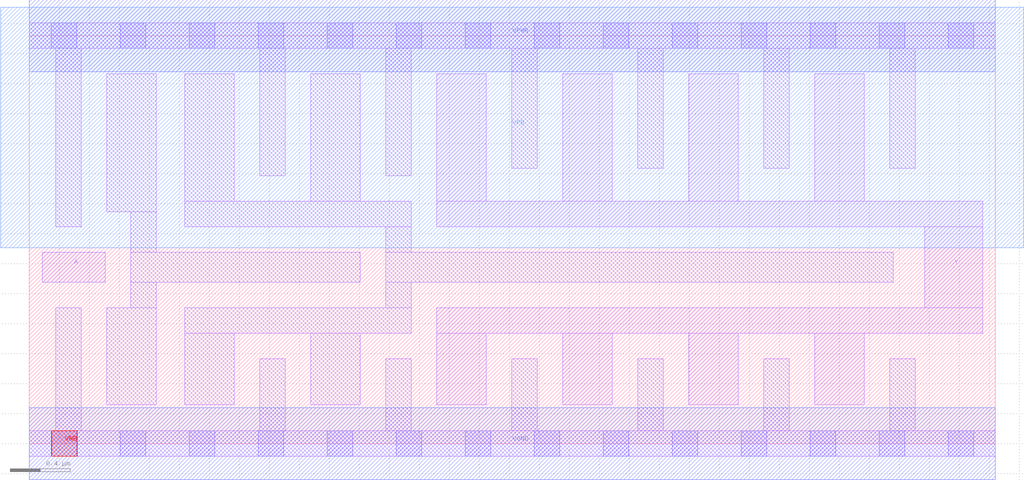
<source format=lef>
# Copyright 2020 The SkyWater PDK Authors
#
# Licensed under the Apache License, Version 2.0 (the "License");
# you may not use this file except in compliance with the License.
# You may obtain a copy of the License at
#
#     https://www.apache.org/licenses/LICENSE-2.0
#
# Unless required by applicable law or agreed to in writing, software
# distributed under the License is distributed on an "AS IS" BASIS,
# WITHOUT WARRANTIES OR CONDITIONS OF ANY KIND, either express or implied.
# See the License for the specific language governing permissions and
# limitations under the License.
#
# SPDX-License-Identifier: Apache-2.0

VERSION 5.7 ;
  NOWIREEXTENSIONATPIN ON ;
  DIVIDERCHAR "/" ;
  BUSBITCHARS "[]" ;
MACRO sky130_fd_sc_hd__bufinv_8
  CLASS CORE ;
  FOREIGN sky130_fd_sc_hd__bufinv_8 ;
  ORIGIN  0.000000  0.000000 ;
  SIZE  6.440000 BY  2.720000 ;
  SYMMETRY X Y R90 ;
  SITE unithd ;
  PIN A
    ANTENNAGATEAREA  0.247500 ;
    DIRECTION INPUT ;
    USE SIGNAL ;
    PORT
      LAYER li1 ;
        RECT 0.085000 1.075000 0.505000 1.275000 ;
    END
  END A
  PIN Y
    ANTENNADIFFAREA  1.782000 ;
    DIRECTION OUTPUT ;
    USE SIGNAL ;
    PORT
      LAYER li1 ;
        RECT 2.715000 0.260000 3.045000 0.735000 ;
        RECT 2.715000 0.735000 6.355000 0.905000 ;
        RECT 2.715000 1.445000 6.355000 1.615000 ;
        RECT 2.715000 1.615000 3.045000 2.465000 ;
        RECT 3.555000 0.260000 3.885000 0.735000 ;
        RECT 3.555000 1.615000 3.885000 2.465000 ;
        RECT 4.395000 0.260000 4.725000 0.735000 ;
        RECT 4.395000 1.615000 4.725000 2.465000 ;
        RECT 5.235000 0.260000 5.565000 0.735000 ;
        RECT 5.235000 1.615000 5.565000 2.465000 ;
        RECT 5.970000 0.905000 6.355000 1.445000 ;
    END
  END Y
  PIN VGND
    DIRECTION INOUT ;
    SHAPE ABUTMENT ;
    USE GROUND ;
    PORT
      LAYER met1 ;
        RECT 0.000000 -0.240000 6.440000 0.240000 ;
    END
  END VGND
  PIN VNB
    DIRECTION INOUT ;
    USE GROUND ;
    PORT
      LAYER pwell ;
        RECT 0.150000 -0.085000 0.320000 0.085000 ;
    END
  END VNB
  PIN VPB
    DIRECTION INOUT ;
    USE POWER ;
    PORT
      LAYER nwell ;
        RECT -0.190000 1.305000 6.630000 2.910000 ;
    END
  END VPB
  PIN VPWR
    DIRECTION INOUT ;
    SHAPE ABUTMENT ;
    USE POWER ;
    PORT
      LAYER met1 ;
        RECT 0.000000 2.480000 6.440000 2.960000 ;
    END
  END VPWR
  OBS
    LAYER li1 ;
      RECT 0.000000 -0.085000 6.440000 0.085000 ;
      RECT 0.000000  2.635000 6.440000 2.805000 ;
      RECT 0.175000  0.085000 0.345000 0.905000 ;
      RECT 0.175000  1.445000 0.345000 2.635000 ;
      RECT 0.515000  0.260000 0.845000 0.905000 ;
      RECT 0.515000  1.545000 0.845000 2.465000 ;
      RECT 0.675000  0.905000 0.845000 1.075000 ;
      RECT 0.675000  1.075000 2.205000 1.275000 ;
      RECT 0.675000  1.275000 0.845000 1.545000 ;
      RECT 1.035000  0.260000 1.365000 0.735000 ;
      RECT 1.035000  0.735000 2.545000 0.905000 ;
      RECT 1.035000  1.445000 2.545000 1.615000 ;
      RECT 1.035000  1.615000 1.365000 2.465000 ;
      RECT 1.535000  0.085000 1.705000 0.565000 ;
      RECT 1.535000  1.785000 1.705000 2.635000 ;
      RECT 1.875000  0.260000 2.205000 0.735000 ;
      RECT 1.875000  1.615000 2.205000 2.465000 ;
      RECT 2.375000  0.085000 2.545000 0.565000 ;
      RECT 2.375000  0.905000 2.545000 1.075000 ;
      RECT 2.375000  1.075000 5.760000 1.275000 ;
      RECT 2.375000  1.275000 2.545000 1.445000 ;
      RECT 2.375000  1.785000 2.545000 2.635000 ;
      RECT 3.215000  0.085000 3.385000 0.565000 ;
      RECT 3.215000  1.835000 3.385000 2.635000 ;
      RECT 4.055000  0.085000 4.225000 0.565000 ;
      RECT 4.055000  1.835000 4.225000 2.635000 ;
      RECT 4.895000  0.085000 5.065000 0.565000 ;
      RECT 4.895000  1.835000 5.065000 2.635000 ;
      RECT 5.735000  0.085000 5.905000 0.565000 ;
      RECT 5.735000  1.835000 5.905000 2.635000 ;
    LAYER mcon ;
      RECT 0.145000 -0.085000 0.315000 0.085000 ;
      RECT 0.145000  2.635000 0.315000 2.805000 ;
      RECT 0.605000 -0.085000 0.775000 0.085000 ;
      RECT 0.605000  2.635000 0.775000 2.805000 ;
      RECT 1.065000 -0.085000 1.235000 0.085000 ;
      RECT 1.065000  2.635000 1.235000 2.805000 ;
      RECT 1.525000 -0.085000 1.695000 0.085000 ;
      RECT 1.525000  2.635000 1.695000 2.805000 ;
      RECT 1.985000 -0.085000 2.155000 0.085000 ;
      RECT 1.985000  2.635000 2.155000 2.805000 ;
      RECT 2.445000 -0.085000 2.615000 0.085000 ;
      RECT 2.445000  2.635000 2.615000 2.805000 ;
      RECT 2.905000 -0.085000 3.075000 0.085000 ;
      RECT 2.905000  2.635000 3.075000 2.805000 ;
      RECT 3.365000 -0.085000 3.535000 0.085000 ;
      RECT 3.365000  2.635000 3.535000 2.805000 ;
      RECT 3.825000 -0.085000 3.995000 0.085000 ;
      RECT 3.825000  2.635000 3.995000 2.805000 ;
      RECT 4.285000 -0.085000 4.455000 0.085000 ;
      RECT 4.285000  2.635000 4.455000 2.805000 ;
      RECT 4.745000 -0.085000 4.915000 0.085000 ;
      RECT 4.745000  2.635000 4.915000 2.805000 ;
      RECT 5.205000 -0.085000 5.375000 0.085000 ;
      RECT 5.205000  2.635000 5.375000 2.805000 ;
      RECT 5.665000 -0.085000 5.835000 0.085000 ;
      RECT 5.665000  2.635000 5.835000 2.805000 ;
      RECT 6.125000 -0.085000 6.295000 0.085000 ;
      RECT 6.125000  2.635000 6.295000 2.805000 ;
  END
END sky130_fd_sc_hd__bufinv_8
END LIBRARY

</source>
